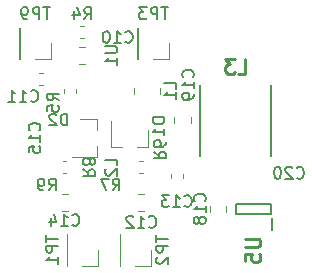
<source format=gbr>
G04 #@! TF.GenerationSoftware,KiCad,Pcbnew,(5.1.5)-3*
G04 #@! TF.CreationDate,2021-01-08T03:31:11-05:00*
G04 #@! TF.ProjectId,EPC611 LIDAR,45504336-3131-4204-9c49-4441522e6b69,rev?*
G04 #@! TF.SameCoordinates,Original*
G04 #@! TF.FileFunction,Legend,Bot*
G04 #@! TF.FilePolarity,Positive*
%FSLAX46Y46*%
G04 Gerber Fmt 4.6, Leading zero omitted, Abs format (unit mm)*
G04 Created by KiCad (PCBNEW (5.1.5)-3) date 2021-01-08 03:31:11*
%MOMM*%
%LPD*%
G04 APERTURE LIST*
%ADD10C,0.200000*%
%ADD11C,0.120000*%
%ADD12C,0.254000*%
%ADD13C,0.150000*%
G04 APERTURE END LIST*
D10*
X123075000Y-113825000D02*
X123075000Y-112775000D01*
X120050000Y-112425000D02*
X122950000Y-112425000D01*
X120050000Y-111575000D02*
X120050000Y-112425000D01*
X122950000Y-111575000D02*
X120050000Y-111575000D01*
X122950000Y-112425000D02*
X122950000Y-111575000D01*
D11*
X104330000Y-99330000D02*
X104330000Y-98000000D01*
X103000000Y-99330000D02*
X104330000Y-99330000D01*
X101730000Y-99330000D02*
X101730000Y-96670000D01*
X101730000Y-96670000D02*
X101670000Y-96670000D01*
X101730000Y-99330000D02*
X101670000Y-99330000D01*
X101670000Y-99330000D02*
X101670000Y-96670000D01*
X114330000Y-99330000D02*
X114330000Y-98000000D01*
X113000000Y-99330000D02*
X114330000Y-99330000D01*
X111730000Y-99330000D02*
X111730000Y-96670000D01*
X111730000Y-96670000D02*
X111670000Y-96670000D01*
X111730000Y-99330000D02*
X111670000Y-99330000D01*
X111670000Y-99330000D02*
X111670000Y-96670000D01*
X112830000Y-116830000D02*
X112830000Y-115500000D01*
X111500000Y-116830000D02*
X112830000Y-116830000D01*
X110230000Y-116830000D02*
X110230000Y-114170000D01*
X110230000Y-114170000D02*
X110170000Y-114170000D01*
X110230000Y-116830000D02*
X110170000Y-116830000D01*
X110170000Y-116830000D02*
X110170000Y-114170000D01*
X108330000Y-116830000D02*
X108330000Y-115500000D01*
X107000000Y-116830000D02*
X108330000Y-116830000D01*
X105730000Y-116830000D02*
X105730000Y-114170000D01*
X105730000Y-114170000D02*
X105670000Y-114170000D01*
X105730000Y-116830000D02*
X105670000Y-116830000D01*
X105670000Y-116830000D02*
X105670000Y-114170000D01*
X105662779Y-109010000D02*
X105337221Y-109010000D01*
X105662779Y-107990000D02*
X105337221Y-107990000D01*
X112162779Y-109010000D02*
X111837221Y-109010000D01*
X112162779Y-107990000D02*
X111837221Y-107990000D01*
X106510000Y-101837221D02*
X106510000Y-102162779D01*
X105490000Y-101837221D02*
X105490000Y-102162779D01*
X106837221Y-96490000D02*
X107162779Y-96490000D01*
X106837221Y-97510000D02*
X107162779Y-97510000D01*
D10*
X117000000Y-107550000D02*
X117000000Y-101550000D01*
X123000000Y-101550000D02*
X123000000Y-107550000D01*
D11*
X113610000Y-101738748D02*
X113610000Y-102261252D01*
X111390000Y-101738748D02*
X111390000Y-102261252D01*
X108260000Y-104420000D02*
X106800000Y-104420000D01*
X108260000Y-107580000D02*
X106100000Y-107580000D01*
X108260000Y-107580000D02*
X108260000Y-106650000D01*
X108260000Y-104420000D02*
X108260000Y-105350000D01*
X112580000Y-106760000D02*
X112580000Y-105300000D01*
X109420000Y-106760000D02*
X109420000Y-104600000D01*
X109420000Y-106760000D02*
X110350000Y-106760000D01*
X112580000Y-106760000D02*
X111650000Y-106760000D01*
X114790000Y-104758578D02*
X114790000Y-104241422D01*
X116210000Y-104758578D02*
X116210000Y-104241422D01*
X119210000Y-111741422D02*
X119210000Y-112258578D01*
X117790000Y-111741422D02*
X117790000Y-112258578D01*
X105758578Y-112210000D02*
X105241422Y-112210000D01*
X105758578Y-110790000D02*
X105241422Y-110790000D01*
X114490000Y-109362779D02*
X114490000Y-109037221D01*
X115510000Y-109362779D02*
X115510000Y-109037221D01*
X111741422Y-110790000D02*
X112258578Y-110790000D01*
X111741422Y-112210000D02*
X112258578Y-112210000D01*
X103662779Y-101510000D02*
X103337221Y-101510000D01*
X103662779Y-100490000D02*
X103337221Y-100490000D01*
X107258578Y-99710000D02*
X106741422Y-99710000D01*
X107258578Y-98290000D02*
X106741422Y-98290000D01*
D12*
X120804523Y-114532380D02*
X121832619Y-114532380D01*
X121953571Y-114592857D01*
X122014047Y-114653333D01*
X122074523Y-114774285D01*
X122074523Y-115016190D01*
X122014047Y-115137142D01*
X121953571Y-115197619D01*
X121832619Y-115258095D01*
X120804523Y-115258095D01*
X120804523Y-116467619D02*
X120804523Y-115862857D01*
X121409285Y-115802380D01*
X121348809Y-115862857D01*
X121288333Y-115983809D01*
X121288333Y-116286190D01*
X121348809Y-116407142D01*
X121409285Y-116467619D01*
X121530238Y-116528095D01*
X121832619Y-116528095D01*
X121953571Y-116467619D01*
X122014047Y-116407142D01*
X122074523Y-116286190D01*
X122074523Y-115983809D01*
X122014047Y-115862857D01*
X121953571Y-115802380D01*
D13*
X108952380Y-98238095D02*
X109761904Y-98238095D01*
X109857142Y-98285714D01*
X109904761Y-98333333D01*
X109952380Y-98428571D01*
X109952380Y-98619047D01*
X109904761Y-98714285D01*
X109857142Y-98761904D01*
X109761904Y-98809523D01*
X108952380Y-98809523D01*
X109952380Y-99809523D02*
X109952380Y-99238095D01*
X109952380Y-99523809D02*
X108952380Y-99523809D01*
X109095238Y-99428571D01*
X109190476Y-99333333D01*
X109238095Y-99238095D01*
X104261904Y-94952380D02*
X103690476Y-94952380D01*
X103976190Y-95952380D02*
X103976190Y-94952380D01*
X103357142Y-95952380D02*
X103357142Y-94952380D01*
X102976190Y-94952380D01*
X102880952Y-95000000D01*
X102833333Y-95047619D01*
X102785714Y-95142857D01*
X102785714Y-95285714D01*
X102833333Y-95380952D01*
X102880952Y-95428571D01*
X102976190Y-95476190D01*
X103357142Y-95476190D01*
X102309523Y-95952380D02*
X102119047Y-95952380D01*
X102023809Y-95904761D01*
X101976190Y-95857142D01*
X101880952Y-95714285D01*
X101833333Y-95523809D01*
X101833333Y-95142857D01*
X101880952Y-95047619D01*
X101928571Y-95000000D01*
X102023809Y-94952380D01*
X102214285Y-94952380D01*
X102309523Y-95000000D01*
X102357142Y-95047619D01*
X102404761Y-95142857D01*
X102404761Y-95380952D01*
X102357142Y-95476190D01*
X102309523Y-95523809D01*
X102214285Y-95571428D01*
X102023809Y-95571428D01*
X101928571Y-95523809D01*
X101880952Y-95476190D01*
X101833333Y-95380952D01*
X114261904Y-94952380D02*
X113690476Y-94952380D01*
X113976190Y-95952380D02*
X113976190Y-94952380D01*
X113357142Y-95952380D02*
X113357142Y-94952380D01*
X112976190Y-94952380D01*
X112880952Y-95000000D01*
X112833333Y-95047619D01*
X112785714Y-95142857D01*
X112785714Y-95285714D01*
X112833333Y-95380952D01*
X112880952Y-95428571D01*
X112976190Y-95476190D01*
X113357142Y-95476190D01*
X112452380Y-94952380D02*
X111833333Y-94952380D01*
X112166666Y-95333333D01*
X112023809Y-95333333D01*
X111928571Y-95380952D01*
X111880952Y-95428571D01*
X111833333Y-95523809D01*
X111833333Y-95761904D01*
X111880952Y-95857142D01*
X111928571Y-95904761D01*
X112023809Y-95952380D01*
X112309523Y-95952380D01*
X112404761Y-95904761D01*
X112452380Y-95857142D01*
X113282380Y-114238095D02*
X113282380Y-114809523D01*
X114282380Y-114523809D02*
X113282380Y-114523809D01*
X114282380Y-115142857D02*
X113282380Y-115142857D01*
X113282380Y-115523809D01*
X113330000Y-115619047D01*
X113377619Y-115666666D01*
X113472857Y-115714285D01*
X113615714Y-115714285D01*
X113710952Y-115666666D01*
X113758571Y-115619047D01*
X113806190Y-115523809D01*
X113806190Y-115142857D01*
X113377619Y-116095238D02*
X113330000Y-116142857D01*
X113282380Y-116238095D01*
X113282380Y-116476190D01*
X113330000Y-116571428D01*
X113377619Y-116619047D01*
X113472857Y-116666666D01*
X113568095Y-116666666D01*
X113710952Y-116619047D01*
X114282380Y-116047619D01*
X114282380Y-116666666D01*
X103952380Y-114238095D02*
X103952380Y-114809523D01*
X104952380Y-114523809D02*
X103952380Y-114523809D01*
X104952380Y-115142857D02*
X103952380Y-115142857D01*
X103952380Y-115523809D01*
X104000000Y-115619047D01*
X104047619Y-115666666D01*
X104142857Y-115714285D01*
X104285714Y-115714285D01*
X104380952Y-115666666D01*
X104428571Y-115619047D01*
X104476190Y-115523809D01*
X104476190Y-115142857D01*
X104952380Y-116666666D02*
X104952380Y-116095238D01*
X104952380Y-116380952D02*
X103952380Y-116380952D01*
X104095238Y-116285714D01*
X104190476Y-116190476D01*
X104238095Y-116095238D01*
X104166666Y-110452380D02*
X104500000Y-109976190D01*
X104738095Y-110452380D02*
X104738095Y-109452380D01*
X104357142Y-109452380D01*
X104261904Y-109500000D01*
X104214285Y-109547619D01*
X104166666Y-109642857D01*
X104166666Y-109785714D01*
X104214285Y-109880952D01*
X104261904Y-109928571D01*
X104357142Y-109976190D01*
X104738095Y-109976190D01*
X103690476Y-110452380D02*
X103500000Y-110452380D01*
X103404761Y-110404761D01*
X103357142Y-110357142D01*
X103261904Y-110214285D01*
X103214285Y-110023809D01*
X103214285Y-109642857D01*
X103261904Y-109547619D01*
X103309523Y-109500000D01*
X103404761Y-109452380D01*
X103595238Y-109452380D01*
X103690476Y-109500000D01*
X103738095Y-109547619D01*
X103785714Y-109642857D01*
X103785714Y-109880952D01*
X103738095Y-109976190D01*
X103690476Y-110023809D01*
X103595238Y-110071428D01*
X103404761Y-110071428D01*
X103309523Y-110023809D01*
X103261904Y-109976190D01*
X103214285Y-109880952D01*
X107047619Y-108666666D02*
X107523809Y-109000000D01*
X107047619Y-109238095D02*
X108047619Y-109238095D01*
X108047619Y-108857142D01*
X108000000Y-108761904D01*
X107952380Y-108714285D01*
X107857142Y-108666666D01*
X107714285Y-108666666D01*
X107619047Y-108714285D01*
X107571428Y-108761904D01*
X107523809Y-108857142D01*
X107523809Y-109238095D01*
X107619047Y-108095238D02*
X107666666Y-108190476D01*
X107714285Y-108238095D01*
X107809523Y-108285714D01*
X107857142Y-108285714D01*
X107952380Y-108238095D01*
X108000000Y-108190476D01*
X108047619Y-108095238D01*
X108047619Y-107904761D01*
X108000000Y-107809523D01*
X107952380Y-107761904D01*
X107857142Y-107714285D01*
X107809523Y-107714285D01*
X107714285Y-107761904D01*
X107666666Y-107809523D01*
X107619047Y-107904761D01*
X107619047Y-108095238D01*
X107571428Y-108190476D01*
X107523809Y-108238095D01*
X107428571Y-108285714D01*
X107238095Y-108285714D01*
X107142857Y-108238095D01*
X107095238Y-108190476D01*
X107047619Y-108095238D01*
X107047619Y-107904761D01*
X107095238Y-107809523D01*
X107142857Y-107761904D01*
X107238095Y-107714285D01*
X107428571Y-107714285D01*
X107523809Y-107761904D01*
X107571428Y-107809523D01*
X107619047Y-107904761D01*
X109566666Y-110452380D02*
X109900000Y-109976190D01*
X110138095Y-110452380D02*
X110138095Y-109452380D01*
X109757142Y-109452380D01*
X109661904Y-109500000D01*
X109614285Y-109547619D01*
X109566666Y-109642857D01*
X109566666Y-109785714D01*
X109614285Y-109880952D01*
X109661904Y-109928571D01*
X109757142Y-109976190D01*
X110138095Y-109976190D01*
X109233333Y-109452380D02*
X108566666Y-109452380D01*
X108995238Y-110452380D01*
X113047619Y-107166666D02*
X113523809Y-107500000D01*
X113047619Y-107738095D02*
X114047619Y-107738095D01*
X114047619Y-107357142D01*
X114000000Y-107261904D01*
X113952380Y-107214285D01*
X113857142Y-107166666D01*
X113714285Y-107166666D01*
X113619047Y-107214285D01*
X113571428Y-107261904D01*
X113523809Y-107357142D01*
X113523809Y-107738095D01*
X114047619Y-106309523D02*
X114047619Y-106500000D01*
X114000000Y-106595238D01*
X113952380Y-106642857D01*
X113809523Y-106738095D01*
X113619047Y-106785714D01*
X113238095Y-106785714D01*
X113142857Y-106738095D01*
X113095238Y-106690476D01*
X113047619Y-106595238D01*
X113047619Y-106404761D01*
X113095238Y-106309523D01*
X113142857Y-106261904D01*
X113238095Y-106214285D01*
X113476190Y-106214285D01*
X113571428Y-106261904D01*
X113619047Y-106309523D01*
X113666666Y-106404761D01*
X113666666Y-106595238D01*
X113619047Y-106690476D01*
X113571428Y-106738095D01*
X113476190Y-106785714D01*
X105022380Y-102833333D02*
X104546190Y-102500000D01*
X105022380Y-102261904D02*
X104022380Y-102261904D01*
X104022380Y-102642857D01*
X104070000Y-102738095D01*
X104117619Y-102785714D01*
X104212857Y-102833333D01*
X104355714Y-102833333D01*
X104450952Y-102785714D01*
X104498571Y-102738095D01*
X104546190Y-102642857D01*
X104546190Y-102261904D01*
X104022380Y-103738095D02*
X104022380Y-103261904D01*
X104498571Y-103214285D01*
X104450952Y-103261904D01*
X104403333Y-103357142D01*
X104403333Y-103595238D01*
X104450952Y-103690476D01*
X104498571Y-103738095D01*
X104593809Y-103785714D01*
X104831904Y-103785714D01*
X104927142Y-103738095D01*
X104974761Y-103690476D01*
X105022380Y-103595238D01*
X105022380Y-103357142D01*
X104974761Y-103261904D01*
X104927142Y-103214285D01*
X107166666Y-95952380D02*
X107500000Y-95476190D01*
X107738095Y-95952380D02*
X107738095Y-94952380D01*
X107357142Y-94952380D01*
X107261904Y-95000000D01*
X107214285Y-95047619D01*
X107166666Y-95142857D01*
X107166666Y-95285714D01*
X107214285Y-95380952D01*
X107261904Y-95428571D01*
X107357142Y-95476190D01*
X107738095Y-95476190D01*
X106309523Y-95285714D02*
X106309523Y-95952380D01*
X106547619Y-94904761D02*
X106785714Y-95619047D01*
X106166666Y-95619047D01*
D12*
X120211666Y-100574523D02*
X120816428Y-100574523D01*
X120816428Y-99304523D01*
X119909285Y-99304523D02*
X119123095Y-99304523D01*
X119546428Y-99788333D01*
X119365000Y-99788333D01*
X119244047Y-99848809D01*
X119183571Y-99909285D01*
X119123095Y-100030238D01*
X119123095Y-100332619D01*
X119183571Y-100453571D01*
X119244047Y-100514047D01*
X119365000Y-100574523D01*
X119727857Y-100574523D01*
X119848809Y-100514047D01*
X119909285Y-100453571D01*
D13*
X109952380Y-108333333D02*
X109952380Y-107857142D01*
X108952380Y-107857142D01*
X109047619Y-108619047D02*
X109000000Y-108666666D01*
X108952380Y-108761904D01*
X108952380Y-109000000D01*
X109000000Y-109095238D01*
X109047619Y-109142857D01*
X109142857Y-109190476D01*
X109238095Y-109190476D01*
X109380952Y-109142857D01*
X109952380Y-108571428D01*
X109952380Y-109190476D01*
X114952380Y-101833333D02*
X114952380Y-101357142D01*
X113952380Y-101357142D01*
X114952380Y-102690476D02*
X114952380Y-102119047D01*
X114952380Y-102404761D02*
X113952380Y-102404761D01*
X114095238Y-102309523D01*
X114190476Y-102214285D01*
X114238095Y-102119047D01*
X105738095Y-104952380D02*
X105738095Y-103952380D01*
X105500000Y-103952380D01*
X105357142Y-104000000D01*
X105261904Y-104095238D01*
X105214285Y-104190476D01*
X105166666Y-104380952D01*
X105166666Y-104523809D01*
X105214285Y-104714285D01*
X105261904Y-104809523D01*
X105357142Y-104904761D01*
X105500000Y-104952380D01*
X105738095Y-104952380D01*
X104785714Y-104047619D02*
X104738095Y-104000000D01*
X104642857Y-103952380D01*
X104404761Y-103952380D01*
X104309523Y-104000000D01*
X104261904Y-104047619D01*
X104214285Y-104142857D01*
X104214285Y-104238095D01*
X104261904Y-104380952D01*
X104833333Y-104952380D01*
X104214285Y-104952380D01*
X113952380Y-104261904D02*
X112952380Y-104261904D01*
X112952380Y-104500000D01*
X113000000Y-104642857D01*
X113095238Y-104738095D01*
X113190476Y-104785714D01*
X113380952Y-104833333D01*
X113523809Y-104833333D01*
X113714285Y-104785714D01*
X113809523Y-104738095D01*
X113904761Y-104642857D01*
X113952380Y-104500000D01*
X113952380Y-104261904D01*
X113952380Y-105785714D02*
X113952380Y-105214285D01*
X113952380Y-105500000D02*
X112952380Y-105500000D01*
X113095238Y-105404761D01*
X113190476Y-105309523D01*
X113238095Y-105214285D01*
X125142857Y-109357142D02*
X125190476Y-109404761D01*
X125333333Y-109452380D01*
X125428571Y-109452380D01*
X125571428Y-109404761D01*
X125666666Y-109309523D01*
X125714285Y-109214285D01*
X125761904Y-109023809D01*
X125761904Y-108880952D01*
X125714285Y-108690476D01*
X125666666Y-108595238D01*
X125571428Y-108500000D01*
X125428571Y-108452380D01*
X125333333Y-108452380D01*
X125190476Y-108500000D01*
X125142857Y-108547619D01*
X124761904Y-108547619D02*
X124714285Y-108500000D01*
X124619047Y-108452380D01*
X124380952Y-108452380D01*
X124285714Y-108500000D01*
X124238095Y-108547619D01*
X124190476Y-108642857D01*
X124190476Y-108738095D01*
X124238095Y-108880952D01*
X124809523Y-109452380D01*
X124190476Y-109452380D01*
X123571428Y-108452380D02*
X123476190Y-108452380D01*
X123380952Y-108500000D01*
X123333333Y-108547619D01*
X123285714Y-108642857D01*
X123238095Y-108833333D01*
X123238095Y-109071428D01*
X123285714Y-109261904D01*
X123333333Y-109357142D01*
X123380952Y-109404761D01*
X123476190Y-109452380D01*
X123571428Y-109452380D01*
X123666666Y-109404761D01*
X123714285Y-109357142D01*
X123761904Y-109261904D01*
X123809523Y-109071428D01*
X123809523Y-108833333D01*
X123761904Y-108642857D01*
X123714285Y-108547619D01*
X123666666Y-108500000D01*
X123571428Y-108452380D01*
X116357142Y-100857142D02*
X116404761Y-100809523D01*
X116452380Y-100666666D01*
X116452380Y-100571428D01*
X116404761Y-100428571D01*
X116309523Y-100333333D01*
X116214285Y-100285714D01*
X116023809Y-100238095D01*
X115880952Y-100238095D01*
X115690476Y-100285714D01*
X115595238Y-100333333D01*
X115500000Y-100428571D01*
X115452380Y-100571428D01*
X115452380Y-100666666D01*
X115500000Y-100809523D01*
X115547619Y-100857142D01*
X116452380Y-101809523D02*
X116452380Y-101238095D01*
X116452380Y-101523809D02*
X115452380Y-101523809D01*
X115595238Y-101428571D01*
X115690476Y-101333333D01*
X115738095Y-101238095D01*
X116452380Y-102285714D02*
X116452380Y-102476190D01*
X116404761Y-102571428D01*
X116357142Y-102619047D01*
X116214285Y-102714285D01*
X116023809Y-102761904D01*
X115642857Y-102761904D01*
X115547619Y-102714285D01*
X115500000Y-102666666D01*
X115452380Y-102571428D01*
X115452380Y-102380952D01*
X115500000Y-102285714D01*
X115547619Y-102238095D01*
X115642857Y-102190476D01*
X115880952Y-102190476D01*
X115976190Y-102238095D01*
X116023809Y-102285714D01*
X116071428Y-102380952D01*
X116071428Y-102571428D01*
X116023809Y-102666666D01*
X115976190Y-102714285D01*
X115880952Y-102761904D01*
X117357142Y-111357142D02*
X117404761Y-111309523D01*
X117452380Y-111166666D01*
X117452380Y-111071428D01*
X117404761Y-110928571D01*
X117309523Y-110833333D01*
X117214285Y-110785714D01*
X117023809Y-110738095D01*
X116880952Y-110738095D01*
X116690476Y-110785714D01*
X116595238Y-110833333D01*
X116500000Y-110928571D01*
X116452380Y-111071428D01*
X116452380Y-111166666D01*
X116500000Y-111309523D01*
X116547619Y-111357142D01*
X117452380Y-112309523D02*
X117452380Y-111738095D01*
X117452380Y-112023809D02*
X116452380Y-112023809D01*
X116595238Y-111928571D01*
X116690476Y-111833333D01*
X116738095Y-111738095D01*
X116880952Y-112880952D02*
X116833333Y-112785714D01*
X116785714Y-112738095D01*
X116690476Y-112690476D01*
X116642857Y-112690476D01*
X116547619Y-112738095D01*
X116500000Y-112785714D01*
X116452380Y-112880952D01*
X116452380Y-113071428D01*
X116500000Y-113166666D01*
X116547619Y-113214285D01*
X116642857Y-113261904D01*
X116690476Y-113261904D01*
X116785714Y-113214285D01*
X116833333Y-113166666D01*
X116880952Y-113071428D01*
X116880952Y-112880952D01*
X116928571Y-112785714D01*
X116976190Y-112738095D01*
X117071428Y-112690476D01*
X117261904Y-112690476D01*
X117357142Y-112738095D01*
X117404761Y-112785714D01*
X117452380Y-112880952D01*
X117452380Y-113071428D01*
X117404761Y-113166666D01*
X117357142Y-113214285D01*
X117261904Y-113261904D01*
X117071428Y-113261904D01*
X116976190Y-113214285D01*
X116928571Y-113166666D01*
X116880952Y-113071428D01*
X103357142Y-105372142D02*
X103404761Y-105324523D01*
X103452380Y-105181666D01*
X103452380Y-105086428D01*
X103404761Y-104943571D01*
X103309523Y-104848333D01*
X103214285Y-104800714D01*
X103023809Y-104753095D01*
X102880952Y-104753095D01*
X102690476Y-104800714D01*
X102595238Y-104848333D01*
X102500000Y-104943571D01*
X102452380Y-105086428D01*
X102452380Y-105181666D01*
X102500000Y-105324523D01*
X102547619Y-105372142D01*
X103452380Y-106324523D02*
X103452380Y-105753095D01*
X103452380Y-106038809D02*
X102452380Y-106038809D01*
X102595238Y-105943571D01*
X102690476Y-105848333D01*
X102738095Y-105753095D01*
X102452380Y-107229285D02*
X102452380Y-106753095D01*
X102928571Y-106705476D01*
X102880952Y-106753095D01*
X102833333Y-106848333D01*
X102833333Y-107086428D01*
X102880952Y-107181666D01*
X102928571Y-107229285D01*
X103023809Y-107276904D01*
X103261904Y-107276904D01*
X103357142Y-107229285D01*
X103404761Y-107181666D01*
X103452380Y-107086428D01*
X103452380Y-106848333D01*
X103404761Y-106753095D01*
X103357142Y-106705476D01*
X106142857Y-113357142D02*
X106190476Y-113404761D01*
X106333333Y-113452380D01*
X106428571Y-113452380D01*
X106571428Y-113404761D01*
X106666666Y-113309523D01*
X106714285Y-113214285D01*
X106761904Y-113023809D01*
X106761904Y-112880952D01*
X106714285Y-112690476D01*
X106666666Y-112595238D01*
X106571428Y-112500000D01*
X106428571Y-112452380D01*
X106333333Y-112452380D01*
X106190476Y-112500000D01*
X106142857Y-112547619D01*
X105190476Y-113452380D02*
X105761904Y-113452380D01*
X105476190Y-113452380D02*
X105476190Y-112452380D01*
X105571428Y-112595238D01*
X105666666Y-112690476D01*
X105761904Y-112738095D01*
X104333333Y-112785714D02*
X104333333Y-113452380D01*
X104571428Y-112404761D02*
X104809523Y-113119047D01*
X104190476Y-113119047D01*
X115642857Y-111757142D02*
X115690476Y-111804761D01*
X115833333Y-111852380D01*
X115928571Y-111852380D01*
X116071428Y-111804761D01*
X116166666Y-111709523D01*
X116214285Y-111614285D01*
X116261904Y-111423809D01*
X116261904Y-111280952D01*
X116214285Y-111090476D01*
X116166666Y-110995238D01*
X116071428Y-110900000D01*
X115928571Y-110852380D01*
X115833333Y-110852380D01*
X115690476Y-110900000D01*
X115642857Y-110947619D01*
X114690476Y-111852380D02*
X115261904Y-111852380D01*
X114976190Y-111852380D02*
X114976190Y-110852380D01*
X115071428Y-110995238D01*
X115166666Y-111090476D01*
X115261904Y-111138095D01*
X114357142Y-110852380D02*
X113738095Y-110852380D01*
X114071428Y-111233333D01*
X113928571Y-111233333D01*
X113833333Y-111280952D01*
X113785714Y-111328571D01*
X113738095Y-111423809D01*
X113738095Y-111661904D01*
X113785714Y-111757142D01*
X113833333Y-111804761D01*
X113928571Y-111852380D01*
X114214285Y-111852380D01*
X114309523Y-111804761D01*
X114357142Y-111757142D01*
X112642857Y-113507142D02*
X112690476Y-113554761D01*
X112833333Y-113602380D01*
X112928571Y-113602380D01*
X113071428Y-113554761D01*
X113166666Y-113459523D01*
X113214285Y-113364285D01*
X113261904Y-113173809D01*
X113261904Y-113030952D01*
X113214285Y-112840476D01*
X113166666Y-112745238D01*
X113071428Y-112650000D01*
X112928571Y-112602380D01*
X112833333Y-112602380D01*
X112690476Y-112650000D01*
X112642857Y-112697619D01*
X111690476Y-113602380D02*
X112261904Y-113602380D01*
X111976190Y-113602380D02*
X111976190Y-112602380D01*
X112071428Y-112745238D01*
X112166666Y-112840476D01*
X112261904Y-112888095D01*
X111309523Y-112697619D02*
X111261904Y-112650000D01*
X111166666Y-112602380D01*
X110928571Y-112602380D01*
X110833333Y-112650000D01*
X110785714Y-112697619D01*
X110738095Y-112792857D01*
X110738095Y-112888095D01*
X110785714Y-113030952D01*
X111357142Y-113602380D01*
X110738095Y-113602380D01*
X102642857Y-102857142D02*
X102690476Y-102904761D01*
X102833333Y-102952380D01*
X102928571Y-102952380D01*
X103071428Y-102904761D01*
X103166666Y-102809523D01*
X103214285Y-102714285D01*
X103261904Y-102523809D01*
X103261904Y-102380952D01*
X103214285Y-102190476D01*
X103166666Y-102095238D01*
X103071428Y-102000000D01*
X102928571Y-101952380D01*
X102833333Y-101952380D01*
X102690476Y-102000000D01*
X102642857Y-102047619D01*
X101690476Y-102952380D02*
X102261904Y-102952380D01*
X101976190Y-102952380D02*
X101976190Y-101952380D01*
X102071428Y-102095238D01*
X102166666Y-102190476D01*
X102261904Y-102238095D01*
X100738095Y-102952380D02*
X101309523Y-102952380D01*
X101023809Y-102952380D02*
X101023809Y-101952380D01*
X101119047Y-102095238D01*
X101214285Y-102190476D01*
X101309523Y-102238095D01*
X110642857Y-97857142D02*
X110690476Y-97904761D01*
X110833333Y-97952380D01*
X110928571Y-97952380D01*
X111071428Y-97904761D01*
X111166666Y-97809523D01*
X111214285Y-97714285D01*
X111261904Y-97523809D01*
X111261904Y-97380952D01*
X111214285Y-97190476D01*
X111166666Y-97095238D01*
X111071428Y-97000000D01*
X110928571Y-96952380D01*
X110833333Y-96952380D01*
X110690476Y-97000000D01*
X110642857Y-97047619D01*
X109690476Y-97952380D02*
X110261904Y-97952380D01*
X109976190Y-97952380D02*
X109976190Y-96952380D01*
X110071428Y-97095238D01*
X110166666Y-97190476D01*
X110261904Y-97238095D01*
X109071428Y-96952380D02*
X108976190Y-96952380D01*
X108880952Y-97000000D01*
X108833333Y-97047619D01*
X108785714Y-97142857D01*
X108738095Y-97333333D01*
X108738095Y-97571428D01*
X108785714Y-97761904D01*
X108833333Y-97857142D01*
X108880952Y-97904761D01*
X108976190Y-97952380D01*
X109071428Y-97952380D01*
X109166666Y-97904761D01*
X109214285Y-97857142D01*
X109261904Y-97761904D01*
X109309523Y-97571428D01*
X109309523Y-97333333D01*
X109261904Y-97142857D01*
X109214285Y-97047619D01*
X109166666Y-97000000D01*
X109071428Y-96952380D01*
M02*

</source>
